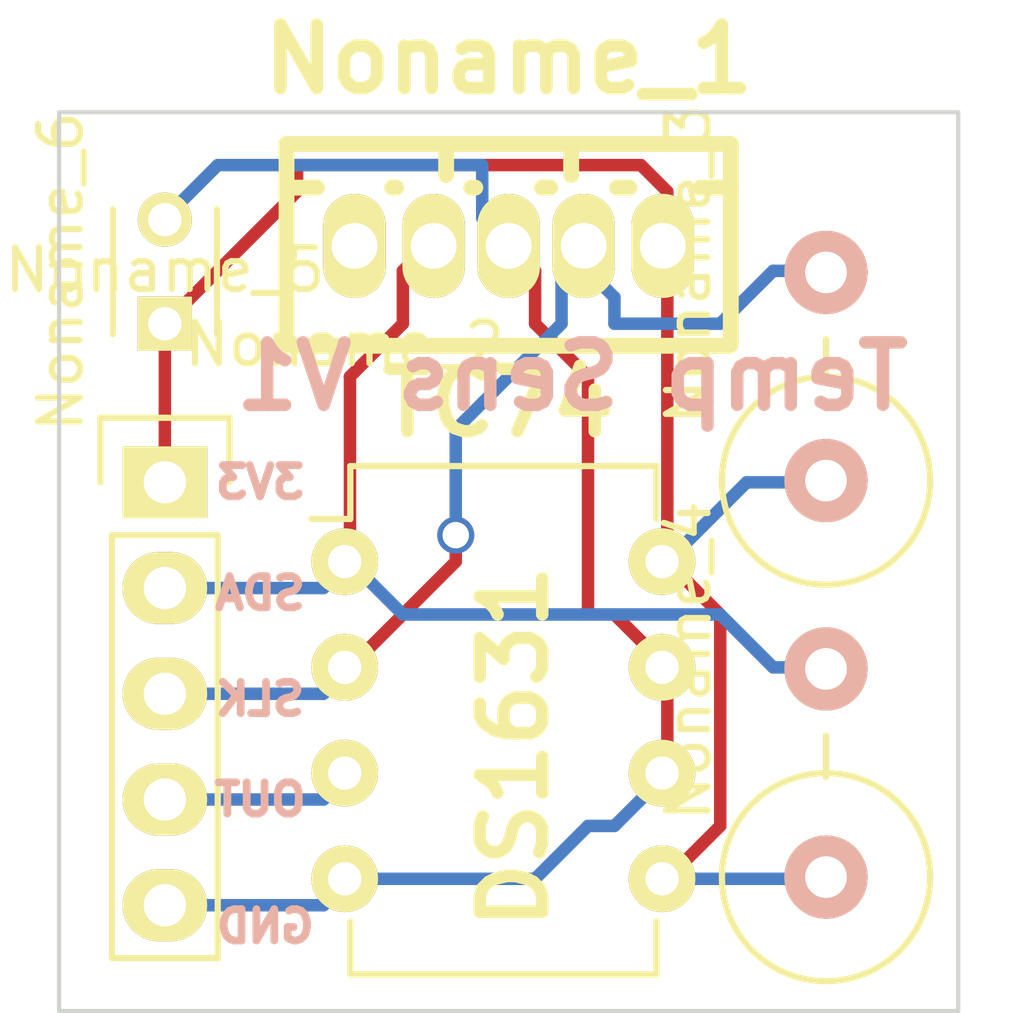
<source format=kicad_pcb>

(kicad_pcb
  (version 4)
  (host pcbnew 4.0.0-rc1-stable)
  (general
    (links 18)
    (no_connects 0)
    (area 140.466 90.932 165.54988 115.620001)
    (thickness 1.6)
    (drawings 12)
    (tracks 84)
    (zones 0)
    (modules 6)
    (nets 6))
  (page A4)
  (layers
    (0 F.Cu signal)
    (31 B.Cu signal)
    (32 B.Adhes user)
    (33 F.Adhes user)
    (34 B.Paste user)
    (35 F.Paste user)
    (36 B.SilkS user)
    (37 F.SilkS user)
    (38 B.Mask user)
    (39 F.Mask user)
    (40 Dwgs.User user)
    (41 Cmts.User user)
    (42 Eco1.User user)
    (43 Eco2.User user)
    (44 Edge.Cuts user)
    (45 Margin user)
    (46 B.CrtYd user)
    (47 F.CrtYd user)
    (48 B.Fab user)
    (49 F.Fab user))
  (setup
    (last_trace_width 0.3)
    (trace_clearance 0.254)
    (zone_clearance 0.508)
    (zone_45_only no)
    (trace_min 0.3)
    (segment_width 0.2)
    (edge_width 0.1)
    (via_size 0.889)
    (via_drill 0.635)
    (via_min_size 0.889)
    (via_min_drill 0.635)
    (uvia_size 0.508)
    (uvia_drill 0.127)
    (uvias_allowed no)
    (uvia_min_size 0.508)
    (uvia_min_drill 0.127)
    (pcb_text_width 0.3)
    (pcb_text_size 1.5 1.5)
    (mod_edge_width 0.15)
    (mod_text_size 1 1)
    (mod_text_width 0.15)
    (pad_size 1.5 1.5)
    (pad_drill 0.6)
    (pad_to_mask_clearance 0)
    (aux_axis_origin 0 0)
    (visible_elements FFFFFF7F)
    (pcbplotparams
      (layerselection 0x010f0_80000001)
      (usegerberextensions false)
      (excludeedgelayer true)
      (linewidth 0.1)
      (plotframeref false)
      (viasonmask false)
      (mode 1)
      (useauxorigin false)
      (hpglpennumber 1)
      (hpglpenspeed 20)
      (hpglpendiameter 15)
      (hpglpenoverlay 2)
      (psnegative false)
      (psa4output false)
      (plotreference true)
      (plotvalue true)
      (plotinvisibletext false)
      (padsonsilk false)
      (subtractmaskfromsilk false)
      (outputformat 1)
      (mirror false)
      (drillshape 0)
      (scaleselection 1)
      (outputdirectory "")))
  (net 0 "")
  (net 1 +3V3)
  (net 2 GND)
  (net 3 "Net-(P1-Pad2)")
  (net 4 "Net-(P1-Pad3)")
  (net 5 "Net-(P1-Pad4)")
  (net_class Default "This is the default net class."
    (clearance 0.254)
    (trace_width 0.3)
    (via_dia 0.889)
    (via_drill 0.635)
    (uvia_dia 0.508)
    (uvia_drill 0.127)
    (add_net +3V3)
    (add_net GND)
    (add_net "Net-(P1-Pad2)")
    (add_net "Net-(P1-Pad3)")
    (add_net "Net-(P1-Pad4)"))
  (module Capacitors_ThroughHole:C_Disc_D3_P2.5
    (layer F.Cu)
    (tedit 56034789)
    (tstamp 5603369C)
    (at 144.145 99.06 90)
    (descr "Capacitor 3mm Disc, Pitch 2.5mm")
    (tags Capacitor)
    (path /560319FC)
    (fp_text reference Noname_6
      (at 1.25 -2.5 90)
      (layer F.SilkS)
      (effects
        (font
          (size 1 1)
          (thickness 0.15))))
    (fp_text value ""
      (at 1.25 2.5 90)
      (layer F.Fab)
      (effects
        (font
          (size 1 1)
          (thickness 0.15))))
    (fp_line
      (start -0.9 -1.5)
      (end 3.4 -1.5)
      (layer F.CrtYd)
      (width 0.05))
    (fp_line
      (start 3.4 -1.5)
      (end 3.4 1.5)
      (layer F.CrtYd)
      (width 0.05))
    (fp_line
      (start 3.4 1.5)
      (end -0.9 1.5)
      (layer F.CrtYd)
      (width 0.05))
    (fp_line
      (start -0.9 1.5)
      (end -0.9 -1.5)
      (layer F.CrtYd)
      (width 0.05))
    (fp_line
      (start -0.25 -1.25)
      (end 2.75 -1.25)
      (layer F.SilkS)
      (width 0.15))
    (fp_line
      (start 2.75 1.25)
      (end -0.25 1.25)
      (layer F.SilkS)
      (width 0.15))
    (pad 1 thru_hole rect
      (at 0 0 90)
      (size 1.3 1.3)
      (drill 0.8)
      (layers *.Cu *.Mask F.SilkS)
      (net 1 +3V3))
    (pad 2 thru_hole circle
      (at 2.5 0 90)
      (size 1.3 1.3)
      (drill 0.8001)
      (layers *.Cu *.Mask F.SilkS)
      (net 2 GND))
    (model Capacitors_ThroughHole.3dshapes/C_Disc_D3_P2.5.wrl
      (at
        (xyz 0.0492126 0 0))
      (scale
        (xyz 1 1 1))
      (rotate
        (xyz 0 0 0))))
  (module Pin_Headers:Pin_Header_Straight_1x05
    (layer F.Cu)
    (tedit 56034798)
    (tstamp 560336A5)
    (at 144.145 102.87)
    (descr "Through hole pin header")
    (tags "pin header")
    (path /560351D3)
    (fp_text reference Noname_5
      (at 0 -5.1)
      (layer F.SilkS)
      (effects
        (font
          (size 1 1)
          (thickness 0.15))))
    (fp_text value ""
      (at 0 -3.1)
      (layer F.Fab)
      (effects
        (font
          (size 1 1)
          (thickness 0.15))))
    (fp_line
      (start -1.55 0)
      (end -1.55 -1.55)
      (layer F.SilkS)
      (width 0.15))
    (fp_line
      (start -1.55 -1.55)
      (end 1.55 -1.55)
      (layer F.SilkS)
      (width 0.15))
    (fp_line
      (start 1.55 -1.55)
      (end 1.55 0)
      (layer F.SilkS)
      (width 0.15))
    (fp_line
      (start -1.75 -1.75)
      (end -1.75 11.95)
      (layer F.CrtYd)
      (width 0.05))
    (fp_line
      (start 1.75 -1.75)
      (end 1.75 11.95)
      (layer F.CrtYd)
      (width 0.05))
    (fp_line
      (start -1.75 -1.75)
      (end 1.75 -1.75)
      (layer F.CrtYd)
      (width 0.05))
    (fp_line
      (start -1.75 11.95)
      (end 1.75 11.95)
      (layer F.CrtYd)
      (width 0.05))
    (fp_line
      (start 1.27 1.27)
      (end 1.27 11.43)
      (layer F.SilkS)
      (width 0.15))
    (fp_line
      (start 1.27 11.43)
      (end -1.27 11.43)
      (layer F.SilkS)
      (width 0.15))
    (fp_line
      (start -1.27 11.43)
      (end -1.27 1.27)
      (layer F.SilkS)
      (width 0.15))
    (fp_line
      (start 1.27 1.27)
      (end -1.27 1.27)
      (layer F.SilkS)
      (width 0.15))
    (pad 1 thru_hole rect
      (at 0 0)
      (size 2.032 1.7272)
      (drill 1.016)
      (layers *.Cu *.Mask F.SilkS)
      (net 1 +3V3))
    (pad 2 thru_hole oval
      (at 0 2.54)
      (size 2.032 1.7272)
      (drill 1.016)
      (layers *.Cu *.Mask F.SilkS)
      (net 3 "Net-(P1-Pad2)"))
    (pad 3 thru_hole oval
      (at 0 5.08)
      (size 2.032 1.7272)
      (drill 1.016)
      (layers *.Cu *.Mask F.SilkS)
      (net 4 "Net-(P1-Pad3)"))
    (pad 4 thru_hole oval
      (at 0 7.62)
      (size 2.032 1.7272)
      (drill 1.016)
      (layers *.Cu *.Mask F.SilkS)
      (net 5 "Net-(P1-Pad4)"))
    (pad 5 thru_hole oval
      (at 0 10.16)
      (size 2.032 1.7272)
      (drill 1.016)
      (layers *.Cu *.Mask F.SilkS)
      (net 2 GND))
    (model Pin_Headers.3dshapes/Pin_Header_Straight_1x05.wrl
      (at
        (xyz 0 -0.2 0))
      (scale
        (xyz 1 1 1))
      (rotate
        (xyz 0 0 90))))
  (module Resistors_ThroughHole:Resistor_Vertical_RM5mm
    (layer F.Cu)
    (tedit 56034772)
    (tstamp 560336AB)
    (at 160.02 109.855 90)
    (descr "Resistor, Vertical, RM 5mm, 1/3W,")
    (tags "Resistor, Vertical, RM 5mm, 1/3W,")
    (path /56031AAC)
    (fp_text reference Noname_4
      (at 2.70002 -3.29946 90)
      (layer F.SilkS)
      (effects
        (font
          (size 1 1)
          (thickness 0.15))))
    (fp_text value ""
      (at 0 4.50088 90)
      (layer F.Fab)
      (effects
        (font
          (size 1 1)
          (thickness 0.15))))
    (fp_line
      (start -0.09906 0)
      (end 0.9017 0)
      (layer F.SilkS)
      (width 0.15))
    (fp_circle
      (center -2.49936 0)
      (end 0 0)
      (layer F.SilkS)
      (width 0.15))
    (pad 1 thru_hole circle
      (at -2.49936 0 90)
      (size 1.99898 1.99898)
      (drill 1.00076)
      (layers *.Cu *.SilkS *.Mask)
      (net 1 +3V3))
    (pad 2 thru_hole circle
      (at 2.5019 0 90)
      (size 1.99898 1.99898)
      (drill 1.00076)
      (layers *.Cu *.SilkS *.Mask)
      (net 3 "Net-(P1-Pad2)")))
  (module Resistors_ThroughHole:Resistor_Vertical_RM5mm
    (layer F.Cu)
    (tedit 5603477C)
    (tstamp 560336B1)
    (at 160.02 100.33 90)
    (descr "Resistor, Vertical, RM 5mm, 1/3W,")
    (tags "Resistor, Vertical, RM 5mm, 1/3W,")
    (path /56031A55)
    (fp_text reference Noname_3
      (at 2.70002 -3.29946 90)
      (layer F.SilkS)
      (effects
        (font
          (size 1 1)
          (thickness 0.15))))
    (fp_text value ""
      (at 0 4.50088 90)
      (layer F.Fab)
      (effects
        (font
          (size 1 1)
          (thickness 0.15))))
    (fp_line
      (start -0.09906 0)
      (end 0.9017 0)
      (layer F.SilkS)
      (width 0.15))
    (fp_circle
      (center -2.49936 0)
      (end 0 0)
      (layer F.SilkS)
      (width 0.15))
    (pad 1 thru_hole circle
      (at -2.49936 0 90)
      (size 1.99898 1.99898)
      (drill 1.00076)
      (layers *.Cu *.SilkS *.Mask)
      (net 1 +3V3))
    (pad 2 thru_hole circle
      (at 2.5019 0 90)
      (size 1.99898 1.99898)
      (drill 1.00076)
      (layers *.Cu *.SilkS *.Mask)
      (net 4 "Net-(P1-Pad3)")))
  (module Housings_DIP:DIP-8_W7.62mm
    (layer F.Cu)
    (tedit 560347CD)
    (tstamp 560336BD)
    (at 148.463 104.775)
    (descr "8-lead dip package, row spacing 7.62 mm (300 mils)")
    (tags "dil dip 2.54 300")
    (path /560316EF)
    (fp_text reference Noname_2
      (at 0 -5.22)
      (layer F.SilkS)
      (effects
        (font
          (size 1 1)
          (thickness 0.15))))
    (fp_text value ""
      (at 0 -3.72)
      (layer F.Fab)
      (effects
        (font
          (size 1 1)
          (thickness 0.15))))
    (fp_line
      (start -1.05 -2.45)
      (end -1.05 10.1)
      (layer F.CrtYd)
      (width 0.05))
    (fp_line
      (start 8.65 -2.45)
      (end 8.65 10.1)
      (layer F.CrtYd)
      (width 0.05))
    (fp_line
      (start -1.05 -2.45)
      (end 8.65 -2.45)
      (layer F.CrtYd)
      (width 0.05))
    (fp_line
      (start -1.05 10.1)
      (end 8.65 10.1)
      (layer F.CrtYd)
      (width 0.05))
    (fp_line
      (start 0.135 -2.295)
      (end 0.135 -1.025)
      (layer F.SilkS)
      (width 0.15))
    (fp_line
      (start 7.485 -2.295)
      (end 7.485 -1.025)
      (layer F.SilkS)
      (width 0.15))
    (fp_line
      (start 7.485 9.915)
      (end 7.485 8.645)
      (layer F.SilkS)
      (width 0.15))
    (fp_line
      (start 0.135 9.915)
      (end 0.135 8.645)
      (layer F.SilkS)
      (width 0.15))
    (fp_line
      (start 0.135 -2.295)
      (end 7.485 -2.295)
      (layer F.SilkS)
      (width 0.15))
    (fp_line
      (start 0.135 9.915)
      (end 7.485 9.915)
      (layer F.SilkS)
      (width 0.15))
    (fp_line
      (start 0.135 -1.025)
      (end -0.8 -1.025)
      (layer F.SilkS)
      (width 0.15))
    (pad 1 thru_hole oval
      (at 0 0)
      (size 1.6 1.6)
      (drill 0.8)
      (layers *.Cu *.Mask F.SilkS)
      (net 3 "Net-(P1-Pad2)"))
    (pad 2 thru_hole oval
      (at 0 2.54)
      (size 1.6 1.6)
      (drill 0.8)
      (layers *.Cu *.Mask F.SilkS)
      (net 4 "Net-(P1-Pad3)"))
    (pad 3 thru_hole oval
      (at 0 5.08)
      (size 1.6 1.6)
      (drill 0.8)
      (layers *.Cu *.Mask F.SilkS)
      (net 5 "Net-(P1-Pad4)"))
    (pad 4 thru_hole oval
      (at 0 7.62)
      (size 1.6 1.6)
      (drill 0.8)
      (layers *.Cu *.Mask F.SilkS)
      (net 2 GND))
    (pad 5 thru_hole oval
      (at 7.62 7.62)
      (size 1.6 1.6)
      (drill 0.8)
      (layers *.Cu *.Mask F.SilkS)
      (net 1 +3V3))
    (pad 6 thru_hole oval
      (at 7.62 5.08)
      (size 1.6 1.6)
      (drill 0.8)
      (layers *.Cu *.Mask F.SilkS)
      (net 2 GND))
    (pad 7 thru_hole oval
      (at 7.62 2.54)
      (size 1.6 1.6)
      (drill 0.8)
      (layers *.Cu *.Mask F.SilkS)
      (net 2 GND))
    (pad 8 thru_hole oval
      (at 7.62 0)
      (size 1.6 1.6)
      (drill 0.8)
      (layers *.Cu *.Mask F.SilkS)
      (net 1 +3V3))
    (model Housings_DIP.3dshapes/DIP-8_W7.62mm.wrl
      (at
        (xyz 0 0 0))
      (scale
        (xyz 1 1 1))
      (rotate
        (xyz 0 0 0))))
  (module VorlagenModul-cache-orig-2:Pentawatt_Neutral_Straight_Vertical_TO220-5-T05A
    (layer F.Cu)
    (tedit 5603465E)
    (tstamp 560336C6)
    (at 152.4 97.79)
    (descr Pentawatt_Neutral_Straight_Vertical_TO220-5-T05A)
    (tags Pentawatt_Neutral_Straight_Vertical_TO220-5-T05A)
    (path /56032480)
    (fp_text reference Noname_1
      (at 0 -5.08)
      (layer F.SilkS)
      (effects
        (font
          (thickness 0.3048))))
    (fp_text value ""
      (at 1.27 7.62)
      (layer F.SilkS)
      (effects
        (font
          (thickness 0.3048))))
    (fp_text user ""
      (at -6.35 3.81)
      (layer F.SilkS)
      (effects
        (font
          (thickness 0.3048))))
    (fp_line
      (start 4.59994 -1.99898)
      (end 5.30098 -1.99898)
      (layer F.SilkS)
      (width 0.381))
    (fp_line
      (start 2.60096 -1.99898)
      (end 2.90068 -1.99898)
      (layer F.SilkS)
      (width 0.381))
    (fp_line
      (start 0.8001 -1.99898)
      (end 1.00076 -1.99898)
      (layer F.SilkS)
      (width 0.381))
    (fp_line
      (start -0.89916 -1.99898)
      (end -0.8001 -1.99898)
      (layer F.SilkS)
      (width 0.381))
    (fp_line
      (start -2.79908 -1.99898)
      (end -2.70002 -1.99898)
      (layer F.SilkS)
      (width 0.381))
    (fp_line
      (start -5.30098 -1.99898)
      (end -4.59994 -1.99898)
      (layer F.SilkS)
      (width 0.381))
    (fp_line
      (start 1.50114 -2.99974)
      (end 1.50114 -2.30124)
      (layer F.SilkS)
      (width 0.381))
    (fp_line
      (start -1.50114 -2.99974)
      (end -1.50114 -2.30124)
      (layer F.SilkS)
      (width 0.381))
    (fp_line
      (start -5.30098 1.80086)
      (end 5.30098 1.80086)
      (layer F.SilkS)
      (width 0.381))
    (fp_line
      (start 5.334 -1.905)
      (end 5.334 1.778)
      (layer F.SilkS)
      (width 0.381))
    (fp_line
      (start -5.334 1.778)
      (end -5.334 -1.905)
      (layer F.SilkS)
      (width 0.381))
    (fp_line
      (start 5.334 -3.048)
      (end 5.334 -1.905)
      (layer F.SilkS)
      (width 0.381))
    (fp_line
      (start -5.334 -1.905)
      (end -5.334 -3.048)
      (layer F.SilkS)
      (width 0.381))
    (fp_line
      (start 0 -3.048)
      (end -5.334 -3.048)
      (layer F.SilkS)
      (width 0.381))
    (fp_line
      (start 0 -3.048)
      (end 5.334 -3.048)
      (layer F.SilkS)
      (width 0.381))
    (pad 3 thru_hole oval
      (at 0 -0.59944 90)
      (size 2.49936 1.50114)
      (drill 1.09982)
      (layers *.Cu *.Mask F.SilkS)
      (net 2 GND))
    (pad 1 thru_hole oval
      (at -3.70078 -0.59944 90)
      (size 2.49936 1.50114)
      (drill 1.09982)
      (layers *.Cu *.Mask F.SilkS))
    (pad 5 thru_hole oval
      (at 3.70078 -0.59944 90)
      (size 2.49936 1.50114)
      (drill 1.09982)
      (layers *.Cu *.Mask F.SilkS)
      (net 1 +3V3))
    (pad 4 thru_hole oval
      (at 1.80086 -0.59944 90)
      (size 2.49936 1.50114)
      (drill 1.09982)
      (layers *.Cu *.Mask F.SilkS)
      (net 4 "Net-(P1-Pad3)"))
    (pad 2 thru_hole oval
      (at -1.80086 -0.59944 90)
      (size 2.49936 1.50114)
      (drill 1.09982)
      (layers *.Cu *.Mask F.SilkS)
      (net 3 "Net-(P1-Pad2)")))
  (gr_text TC74
    (at 152.146 100.965)
    (layer F.SilkS)
    (effects
      (font
        (size 1.5 1.5)
        (thickness 0.3))))
  (gr_text DS1631
    (at 152.527 109.22 90)
    (layer F.SilkS)
    (effects
      (font
        (size 1.5 1.5)
        (thickness 0.3))))
  (gr_text "OUT\n"
    (at 146.431 110.49)
    (layer B.SilkS)
    (effects
      (font
        (size 0.75 0.75)
        (thickness 0.1875))
      (justify mirror)))
  (gr_text "Temp Sens V1\n"
    (at 153.924 100.33)
    (layer B.SilkS)
    (effects
      (font
        (size 1.5 1.5)
        (thickness 0.3))
      (justify mirror)))
  (gr_text SLK
    (at 146.431 108.077)
    (layer B.SilkS)
    (effects
      (font
        (size 0.75 0.75)
        (thickness 0.1875))
      (justify mirror)))
  (gr_text SDA
    (at 146.431 105.537)
    (layer B.SilkS)
    (effects
      (font
        (size 0.75 0.75)
        (thickness 0.1875))
      (justify mirror)))
  (gr_text 3V3
    (at 146.431 102.87)
    (layer B.SilkS)
    (effects
      (font
        (size 0.75 0.75)
        (thickness 0.1875))
      (justify mirror)))
  (gr_text GND
    (at 146.558 113.538)
    (layer B.SilkS)
    (effects
      (font
        (size 0.75 0.75)
        (thickness 0.1875))
      (justify mirror)))
  (gr_line
    (start 163.195 93.98)
    (end 141.605 93.98)
    (angle 90)
    (layer Edge.Cuts)
    (width 0.1))
  (gr_line
    (start 163.195 115.57)
    (end 163.195 93.98)
    (angle 90)
    (layer Edge.Cuts)
    (width 0.1))
  (gr_line
    (start 141.605 115.57)
    (end 163.195 115.57)
    (angle 90)
    (layer Edge.Cuts)
    (width 0.1))
  (gr_line
    (start 141.605 93.98)
    (end 141.605 115.57)
    (angle 90)
    (layer Edge.Cuts)
    (width 0.1))
  (segment
    (start 144.145 99.06)
    (end 147.32 95.885)
    (width 0.3)
    (layer F.Cu)
    (net 1)
    (status 80000))
  (segment
    (start 147.32 95.885)
    (end 147.32 95.25)
    (width 0.3)
    (layer F.Cu)
    (net 1)
    (status 80000))
  (segment
    (start 147.32 95.25)
    (end 155.575 95.25)
    (width 0.3)
    (layer F.Cu)
    (net 1)
    (status 80000))
  (segment
    (start 155.575 95.25)
    (end 156.21 95.885)
    (width 0.3)
    (layer F.Cu)
    (net 1)
    (status 80000))
  (segment
    (start 156.21 95.885)
    (end 156.21 97.155)
    (width 0.3)
    (layer F.Cu)
    (net 1)
    (status 80000))
  (segment
    (start 156.21 97.155)
    (end 156.10078 97.19056)
    (width 0.3)
    (layer F.Cu)
    (net 1)
    (tstamp 5.6033e+63)
    (status 80000))
  (segment
    (start 156.083 104.775)
    (end 156.21 104.775)
    (width 0.3)
    (layer B.Cu)
    (net 1)
    (status 80000))
  (segment
    (start 156.21 104.775)
    (end 158.115 102.87)
    (width 0.3)
    (layer B.Cu)
    (net 1)
    (status 80000))
  (segment
    (start 158.115 102.87)
    (end 160.02 102.87)
    (width 0.3)
    (layer B.Cu)
    (net 1)
    (status 80000))
  (segment
    (start 160.02 102.87)
    (end 160.02 102.82936)
    (width 0.3)
    (layer B.Cu)
    (net 1)
    (tstamp 5.6033e+61)
    (status 80000))
  (segment
    (start 156.10078 97.19056)
    (end 156.21 97.155)
    (width 0.3)
    (layer F.Cu)
    (net 1)
    (status 80000))
  (segment
    (start 156.21 97.155)
    (end 156.21 104.775)
    (width 0.3)
    (layer F.Cu)
    (net 1)
    (status 80000))
  (segment
    (start 156.21 104.775)
    (end 156.083 104.775)
    (width 0.3)
    (layer F.Cu)
    (net 1)
    (tstamp 5.6033e+58)
    (status 80000))
  (segment
    (start 156.083 104.775)
    (end 156.21 104.775)
    (width 0.3)
    (layer F.Cu)
    (net 1)
    (status 80000))
  (segment
    (start 156.21 104.775)
    (end 157.48 106.045)
    (width 0.3)
    (layer F.Cu)
    (net 1)
    (status 80000))
  (segment
    (start 157.48 106.045)
    (end 157.48 111.125)
    (width 0.3)
    (layer F.Cu)
    (net 1)
    (status 80000))
  (segment
    (start 157.48 111.125)
    (end 156.21 112.395)
    (width 0.3)
    (layer F.Cu)
    (net 1)
    (status 80000))
  (segment
    (start 156.21 112.395)
    (end 156.083 112.395)
    (width 0.3)
    (layer F.Cu)
    (net 1)
    (tstamp 5.6033e+57)
    (status 80000))
  (segment
    (start 156.083 112.395)
    (end 160.02 112.395)
    (width 0.3)
    (layer B.Cu)
    (net 1)
    (status 80000))
  (segment
    (start 160.02 112.395)
    (end 160.02 112.35436)
    (width 0.3)
    (layer B.Cu)
    (net 1)
    (tstamp 5.6033e+56)
    (status 80000))
  (segment
    (start 144.145 102.87)
    (end 144.145 99.06)
    (width 0.3)
    (layer F.Cu)
    (net 1)
    (status 80000))
  (segment
    (start 152.4 97.19056)
    (end 152.4 97.155)
    (width 0.3)
    (layer F.Cu)
    (net 2)
    (status 80000))
  (segment
    (start 152.4 97.155)
    (end 153.035 97.79)
    (width 0.3)
    (layer F.Cu)
    (net 2)
    (status 80000))
  (segment
    (start 153.035 97.79)
    (end 153.035 99.06)
    (width 0.3)
    (layer F.Cu)
    (net 2)
    (status 80000))
  (segment
    (start 153.035 99.06)
    (end 154.305 100.33)
    (width 0.3)
    (layer F.Cu)
    (net 2)
    (status 80000))
  (segment
    (start 154.305 100.33)
    (end 154.305 106.045)
    (width 0.3)
    (layer F.Cu)
    (net 2)
    (status 80000))
  (segment
    (start 154.305 106.045)
    (end 154.94 106.045)
    (width 0.3)
    (layer F.Cu)
    (net 2)
    (status 80000))
  (segment
    (start 154.94 106.045)
    (end 156.21 107.315)
    (width 0.3)
    (layer F.Cu)
    (net 2)
    (status 80000))
  (segment
    (start 156.21 107.315)
    (end 156.083 107.315)
    (width 0.3)
    (layer F.Cu)
    (net 2)
    (tstamp 56033E5B)
    (status 80000))
  (segment
    (start 156.083 109.855)
    (end 156.21 109.855)
    (width 0.3)
    (layer B.Cu)
    (net 2)
    (status 80000))
  (segment
    (start 156.21 109.855)
    (end 154.94 111.125)
    (width 0.3)
    (layer B.Cu)
    (net 2)
    (status 80000))
  (segment
    (start 154.94 111.125)
    (end 154.305 111.125)
    (width 0.3)
    (layer B.Cu)
    (net 2)
    (status 80000))
  (segment
    (start 154.305 111.125)
    (end 153.035 112.395)
    (width 0.3)
    (layer B.Cu)
    (net 2)
    (status 80000))
  (segment
    (start 153.035 112.395)
    (end 148.463 112.395)
    (width 0.3)
    (layer B.Cu)
    (net 2)
    (status 80000))
  (segment
    (start 144.145 96.56)
    (end 144.145 96.52)
    (width 0.3)
    (layer B.Cu)
    (net 2)
    (status 80000))
  (segment
    (start 144.145 96.52)
    (end 145.415 95.25)
    (width 0.3)
    (layer B.Cu)
    (net 2)
    (status 80000))
  (segment
    (start 145.415 95.25)
    (end 151.765 95.25)
    (width 0.3)
    (layer B.Cu)
    (net 2)
    (status 80000))
  (segment
    (start 151.765 95.25)
    (end 151.765 96.52)
    (width 0.3)
    (layer B.Cu)
    (net 2)
    (status 80000))
  (segment
    (start 151.765 96.52)
    (end 152.4 97.155)
    (width 0.3)
    (layer B.Cu)
    (net 2)
    (status 80000))
  (segment
    (start 152.4 97.155)
    (end 152.4 97.19056)
    (width 0.3)
    (layer B.Cu)
    (net 2)
    (tstamp 5.6033e+60)
    (status 80000))
  (segment
    (start 148.463 112.395)
    (end 148.59 112.395)
    (width 0.3)
    (layer B.Cu)
    (net 2)
    (status 80000))
  (segment
    (start 148.59 112.395)
    (end 147.955 113.03)
    (width 0.3)
    (layer B.Cu)
    (net 2)
    (status 80000))
  (segment
    (start 147.955 113.03)
    (end 144.145 113.03)
    (width 0.3)
    (layer B.Cu)
    (net 2)
    (status 80000))
  (segment
    (start 156.083 107.315)
    (end 156.21 107.315)
    (width 0.3)
    (layer F.Cu)
    (net 2)
    (status 80000))
  (segment
    (start 156.21 107.315)
    (end 156.21 109.855)
    (width 0.3)
    (layer F.Cu)
    (net 2)
    (status 80000))
  (segment
    (start 156.21 109.855)
    (end 156.083 109.855)
    (width 0.3)
    (layer F.Cu)
    (net 2)
    (tstamp 5.6033e+55)
    (status 80000))
  (segment
    (start 148.463 104.775)
    (end 148.59 104.775)
    (width 0.3)
    (layer B.Cu)
    (net 3)
    (status 80000))
  (segment
    (start 148.59 104.775)
    (end 149.86 106.045)
    (width 0.3)
    (layer B.Cu)
    (net 3)
    (status 80000))
  (segment
    (start 149.86 106.045)
    (end 157.48 106.045)
    (width 0.3)
    (layer B.Cu)
    (net 3)
    (status 80000))
  (segment
    (start 157.48 106.045)
    (end 158.75 107.315)
    (width 0.3)
    (layer B.Cu)
    (net 3)
    (status 80000))
  (segment
    (start 158.75 107.315)
    (end 160.02 107.315)
    (width 0.3)
    (layer B.Cu)
    (net 3)
    (status 80000))
  (segment
    (start 160.02 107.315)
    (end 160.02 107.3531)
    (width 0.3)
    (layer B.Cu)
    (net 3)
    (tstamp 56033E5A)
    (status 80000))
  (segment
    (start 150.59914 97.19056)
    (end 150.495 97.155)
    (width 0.3)
    (layer F.Cu)
    (net 3)
    (status 80000))
  (segment
    (start 150.495 97.155)
    (end 149.86 97.79)
    (width 0.3)
    (layer F.Cu)
    (net 3)
    (status 80000))
  (segment
    (start 149.86 97.79)
    (end 149.86 99.06)
    (width 0.3)
    (layer F.Cu)
    (net 3)
    (status 80000))
  (segment
    (start 149.86 99.06)
    (end 148.59 100.33)
    (width 0.3)
    (layer F.Cu)
    (net 3)
    (status 80000))
  (segment
    (start 148.59 100.33)
    (end 148.59 104.775)
    (width 0.3)
    (layer F.Cu)
    (net 3)
    (status 80000))
  (segment
    (start 148.59 104.775)
    (end 148.463 104.775)
    (width 0.3)
    (layer F.Cu)
    (net 3)
    (tstamp 5.6033e+62)
    (status 80000))
  (segment
    (start 148.463 104.775)
    (end 148.59 104.775)
    (width 0.3)
    (layer B.Cu)
    (net 3)
    (status 80000))
  (segment
    (start 148.59 104.775)
    (end 147.955 105.41)
    (width 0.3)
    (layer B.Cu)
    (net 3)
    (status 80000))
  (segment
    (start 147.955 105.41)
    (end 144.145 105.41)
    (width 0.3)
    (layer B.Cu)
    (net 3)
    (status 80000))
  (segment
    (start 148.463 107.315)
    (end 148.59 107.315)
    (width 0.3)
    (layer F.Cu)
    (net 4)
    (status 80000))
  (segment
    (start 148.59 107.315)
    (end 151.13 104.775)
    (width 0.3)
    (layer F.Cu)
    (net 4)
    (status 80000))
  (segment
    (start 151.13 104.775)
    (end 151.13 104.14)
    (width 0.3)
    (layer F.Cu)
    (net 4)
    (status 80000))
  (segment
    (start 151.13 104.14)
    (end 151.13 101.6)
    (width 0.3)
    (layer B.Cu)
    (net 4)
    (status 80000))
  (segment
    (start 151.13 101.6)
    (end 153.67 99.06)
    (width 0.3)
    (layer B.Cu)
    (net 4)
    (status 80000))
  (segment
    (start 153.67 99.06)
    (end 153.67 97.79)
    (width 0.3)
    (layer B.Cu)
    (net 4)
    (status 80000))
  (segment
    (start 153.67 97.79)
    (end 154.305 97.155)
    (width 0.3)
    (layer B.Cu)
    (net 4)
    (status 80000))
  (segment
    (start 154.305 97.155)
    (end 154.20086 97.19056)
    (width 0.3)
    (layer B.Cu)
    (net 4)
    (tstamp 56033E5C)
    (status 80000))
  (segment
    (start 154.20086 97.19056)
    (end 154.305 97.155)
    (width 0.3)
    (layer B.Cu)
    (net 4)
    (status 80000))
  (segment
    (start 154.305 97.155)
    (end 154.305 97.79)
    (width 0.3)
    (layer B.Cu)
    (net 4)
    (status 80000))
  (segment
    (start 154.305 97.79)
    (end 154.94 98.425)
    (width 0.3)
    (layer B.Cu)
    (net 4)
    (status 80000))
  (segment
    (start 154.94 98.425)
    (end 154.94 99.06)
    (width 0.3)
    (layer B.Cu)
    (net 4)
    (status 80000))
  (segment
    (start 154.94 99.06)
    (end 157.48 99.06)
    (width 0.3)
    (layer B.Cu)
    (net 4)
    (status 80000))
  (segment
    (start 157.48 99.06)
    (end 158.75 97.79)
    (width 0.3)
    (layer B.Cu)
    (net 4)
    (status 80000))
  (segment
    (start 158.75 97.79)
    (end 160.02 97.79)
    (width 0.3)
    (layer B.Cu)
    (net 4)
    (status 80000))
  (segment
    (start 160.02 97.79)
    (end 160.02 97.8281)
    (width 0.3)
    (layer B.Cu)
    (net 4)
    (tstamp 5.6033e+59)
    (status 80000))
  (segment
    (start 148.463 107.315)
    (end 148.59 107.315)
    (width 0.3)
    (layer B.Cu)
    (net 4)
    (status 80000))
  (segment
    (start 148.59 107.315)
    (end 147.955 107.95)
    (width 0.3)
    (layer B.Cu)
    (net 4)
    (status 80000))
  (segment
    (start 147.955 107.95)
    (end 144.145 107.95)
    (width 0.3)
    (layer B.Cu)
    (net 4)
    (status 80000))
  (segment
    (start 148.463 109.855)
    (end 148.59 109.855)
    (width 0.3)
    (layer B.Cu)
    (net 5)
    (status 80000))
  (segment
    (start 148.59 109.855)
    (end 147.955 110.49)
    (width 0.3)
    (layer B.Cu)
    (net 5)
    (status 80000))
  (segment
    (start 147.955 110.49)
    (end 144.145 110.49)
    (width 0.3)
    (layer B.Cu)
    (net 5)
    (status 80000))
  (via
    (at 151.13 104.14)
    (size 0.889)
    (layers F.Cu B.Cu)
    (net 4)
    (status 80000)))
</source>
